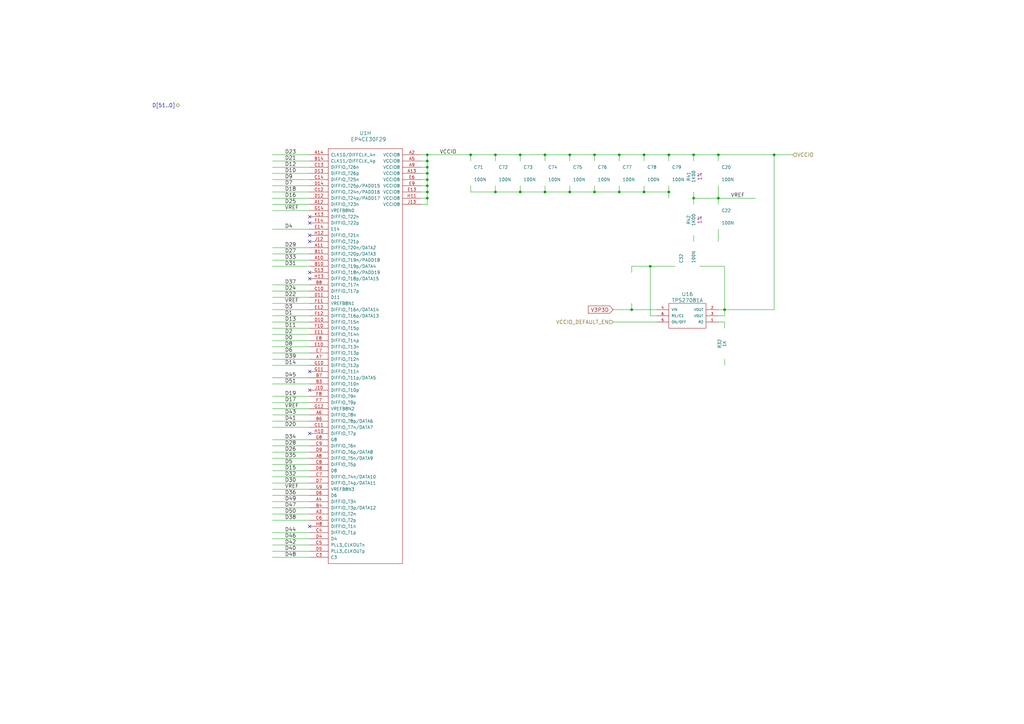
<source format=kicad_sch>
(kicad_sch (version 20230121) (generator eeschema)
  (paper "A3")
  (title_block (title "Daisho Project Main Board") (date "10 Oct 2014") (rev "0") (company "ShareBrained Technology, Inc.") (comment 1 "Copyright © 2013 Jared Boone") (comment 2 "License: GNU General Public License, version 2"))
  (junction (at 175.26 63.5))
  (junction (at 259.08 127))
  (junction (at 266.7 109.22))
  (junction (at 274.32 63.5))
  (junction (at 175.26 66.04))
  (junction (at 254 63.5))
  (junction (at 193.04 63.5))
  (junction (at 297.18 127))
  (junction (at 254 78.74))
  (junction (at 233.68 78.74))
  (junction (at 203.2 78.74))
  (junction (at 284.48 81.28))
  (junction (at 243.84 63.5))
  (junction (at 264.16 78.74))
  (junction (at 317.5 63.5))
  (junction (at 243.84 78.74))
  (junction (at 213.36 63.5))
  (junction (at 175.26 73.66))
  (junction (at 175.26 81.28))
  (junction (at 223.52 78.74))
  (junction (at 223.52 63.5))
  (junction (at 203.2 63.5))
  (junction (at 175.26 71.12))
  (junction (at 175.26 76.2))
  (junction (at 294.64 63.5))
  (junction (at 213.36 78.74))
  (junction (at 294.64 81.28))
  (junction (at 175.26 68.58))
  (junction (at 233.68 63.5))
  (junction (at 264.16 63.5))
  (junction (at 274.32 78.74))
  (junction (at 284.48 63.5))
  (junction (at 175.26 78.74))
  (no_connect (at 127 160.02))
  (no_connect (at 127 99.06))
  (no_connect (at 127 177.8))
  (no_connect (at 127 114.3))
  (no_connect (at 127 88.9))
  (no_connect (at 127 91.44))
  (no_connect (at 127 152.4))
  (no_connect (at 127 215.9))
  (no_connect (at 127 96.52))
  (no_connect (at 127 111.76))
  (wire (pts (xy 297.18 129.54) (xy 294.64 129.54)))
  (wire (pts (xy 111.76 68.58) (xy 127 68.58)))
  (wire (pts (xy 175.26 68.58) (xy 175.26 66.04)))
  (wire (pts (xy 233.68 63.5) (xy 223.52 63.5)))
  (wire (pts (xy 127 187.96) (xy 111.76 187.96)))
  (wire (pts (xy 203.2 63.5) (xy 193.04 63.5)))
  (wire (pts (xy 175.26 66.04) (xy 172.72 66.04)))
  (wire (pts (xy 127 142.24) (xy 111.76 142.24)))
  (wire (pts (xy 111.76 106.68) (xy 127 106.68)))
  (wire (pts (xy 309.88 81.28) (xy 294.64 81.28)))
  (wire (pts (xy 294.64 66.04) (xy 294.64 63.5)))
  (wire (pts (xy 259.08 111.76) (xy 259.08 109.22)))
  (wire (pts (xy 284.48 96.52) (xy 284.48 99.06)))
  (wire (pts (xy 213.36 63.5) (xy 213.36 66.04)))
  (wire (pts (xy 175.26 71.12) (xy 175.26 68.58)))
  (wire (pts (xy 175.26 78.74) (xy 175.26 76.2)))
  (wire (pts (xy 259.08 124.46) (xy 259.08 127)))
  (wire (pts (xy 254 63.5) (xy 243.84 63.5)))
  (wire (pts (xy 193.04 78.74) (xy 193.04 76.2)))
  (wire (pts (xy 127 83.82) (xy 111.76 83.82)))
  (wire (pts (xy 297.18 127) (xy 297.18 109.22)))
  (wire (pts (xy 264.16 76.2) (xy 264.16 78.74)))
  (wire (pts (xy 127 101.6) (xy 111.76 101.6)))
  (wire (pts (xy 259.08 127) (xy 269.24 127)))
  (wire (pts (xy 317.5 63.5) (xy 294.64 63.5)))
  (wire (pts (xy 175.26 78.74) (xy 172.72 78.74)))
  (wire (pts (xy 297.18 134.62) (xy 297.18 132.08)))
  (wire (pts (xy 111.76 228.6) (xy 127 228.6)))
  (wire (pts (xy 127 175.26) (xy 111.76 175.26)))
  (wire (pts (xy 111.76 66.04) (xy 127 66.04)))
  (wire (pts (xy 284.48 78.74) (xy 284.48 81.28)))
  (wire (pts (xy 243.84 78.74) (xy 233.68 78.74)))
  (wire (pts (xy 127 73.66) (xy 111.76 73.66)))
  (wire (pts (xy 111.76 127) (xy 127 127)))
  (wire (pts (xy 297.18 127) (xy 317.5 127)))
  (wire (pts (xy 111.76 180.34) (xy 127 180.34)))
  (wire (pts (xy 127 93.98) (xy 111.76 93.98)))
  (wire (pts (xy 111.76 167.64) (xy 127 167.64)))
  (wire (pts (xy 264.16 63.5) (xy 254 63.5)))
  (wire (pts (xy 274.32 63.5) (xy 264.16 63.5)))
  (wire (pts (xy 213.36 78.74) (xy 203.2 78.74)))
  (wire (pts (xy 111.76 220.98) (xy 127 220.98)))
  (wire (pts (xy 111.76 223.52) (xy 127 223.52)))
  (wire (pts (xy 297.18 109.22) (xy 287.02 109.22)))
  (wire (pts (xy 111.76 170.18) (xy 127 170.18)))
  (wire (pts (xy 325.12 63.5) (xy 317.5 63.5)))
  (wire (pts (xy 127 76.2) (xy 111.76 76.2)))
  (wire (pts (xy 213.36 63.5) (xy 203.2 63.5)))
  (wire (pts (xy 111.76 129.54) (xy 127 129.54)))
  (wire (pts (xy 274.32 81.28) (xy 274.32 78.74)))
  (wire (pts (xy 193.04 63.5) (xy 175.26 63.5)))
  (wire (pts (xy 254 63.5) (xy 254 66.04)))
  (wire (pts (xy 294.64 81.28) (xy 284.48 81.28)))
  (wire (pts (xy 111.76 137.16) (xy 127 137.16)))
  (wire (pts (xy 274.32 63.5) (xy 274.32 66.04)))
  (wire (pts (xy 127 134.62) (xy 111.76 134.62)))
  (wire (pts (xy 111.76 200.66) (xy 127 200.66)))
  (wire (pts (xy 233.68 63.5) (xy 233.68 66.04)))
  (wire (pts (xy 127 165.1) (xy 111.76 165.1)))
  (wire (pts (xy 127 154.94) (xy 111.76 154.94)))
  (wire (pts (xy 111.76 124.46) (xy 127 124.46)))
  (wire (pts (xy 175.26 71.12) (xy 172.72 71.12)))
  (wire (pts (xy 233.68 78.74) (xy 233.68 76.2)))
  (wire (pts (xy 111.76 157.48) (xy 127 157.48)))
  (wire (pts (xy 274.32 78.74) (xy 264.16 78.74)))
  (wire (pts (xy 111.76 71.12) (xy 127 71.12)))
  (wire (pts (xy 127 116.84) (xy 111.76 116.84)))
  (wire (pts (xy 111.76 109.22) (xy 127 109.22)))
  (wire (pts (xy 127 162.56) (xy 111.76 162.56)))
  (wire (pts (xy 111.76 81.28) (xy 127 81.28)))
  (wire (pts (xy 172.72 83.82) (xy 175.26 83.82)))
  (wire (pts (xy 111.76 172.72) (xy 127 172.72)))
  (wire (pts (xy 175.26 73.66) (xy 175.26 71.12)))
  (wire (pts (xy 175.26 76.2) (xy 175.26 73.66)))
  (wire (pts (xy 111.76 195.58) (xy 127 195.58)))
  (wire (pts (xy 203.2 78.74) (xy 203.2 76.2)))
  (wire (pts (xy 127 218.44) (xy 111.76 218.44)))
  (wire (pts (xy 223.52 78.74) (xy 223.52 76.2)))
  (wire (pts (xy 175.26 83.82) (xy 175.26 81.28)))
  (wire (pts (xy 111.76 139.7) (xy 127 139.7)))
  (wire (pts (xy 127 205.74) (xy 111.76 205.74)))
  (wire (pts (xy 243.84 78.74) (xy 243.84 76.2)))
  (wire (pts (xy 175.26 63.5) (xy 172.72 63.5)))
  (wire (pts (xy 251.46 127) (xy 259.08 127)))
  (wire (pts (xy 297.18 129.54) (xy 297.18 127)))
  (wire (pts (xy 317.5 127) (xy 317.5 63.5)))
  (wire (pts (xy 111.76 78.74) (xy 127 78.74)))
  (wire (pts (xy 223.52 63.5) (xy 213.36 63.5)))
  (wire (pts (xy 175.26 76.2) (xy 172.72 76.2)))
  (wire (pts (xy 127 190.5) (xy 111.76 190.5)))
  (wire (pts (xy 111.76 149.86) (xy 127 149.86)))
  (wire (pts (xy 175.26 68.58) (xy 172.72 68.58)))
  (wire (pts (xy 111.76 226.06) (xy 127 226.06)))
  (wire (pts (xy 111.76 198.12) (xy 127 198.12)))
  (wire (pts (xy 294.64 83.82) (xy 294.64 81.28)))
  (wire (pts (xy 294.64 81.28) (xy 294.64 76.2)))
  (wire (pts (xy 223.52 63.5) (xy 223.52 66.04)))
  (wire (pts (xy 269.24 132.08) (xy 251.46 132.08)))
  (wire (pts (xy 284.48 81.28) (xy 284.48 83.82)))
  (wire (pts (xy 127 193.04) (xy 111.76 193.04)))
  (wire (pts (xy 127 104.14) (xy 111.76 104.14)))
  (wire (pts (xy 193.04 63.5) (xy 193.04 66.04)))
  (wire (pts (xy 175.26 81.28) (xy 175.26 78.74)))
  (wire (pts (xy 127 208.28) (xy 111.76 208.28)))
  (wire (pts (xy 243.84 63.5) (xy 243.84 66.04)))
  (wire (pts (xy 203.2 63.5) (xy 203.2 66.04)))
  (wire (pts (xy 172.72 81.28) (xy 175.26 81.28)))
  (wire (pts (xy 284.48 63.5) (xy 284.48 66.04)))
  (wire (pts (xy 294.64 93.98) (xy 294.64 99.06)))
  (wire (pts (xy 297.18 132.08) (xy 294.64 132.08)))
  (wire (pts (xy 269.24 129.54) (xy 266.7 129.54)))
  (wire (pts (xy 294.64 63.5) (xy 284.48 63.5)))
  (wire (pts (xy 111.76 213.36) (xy 127 213.36)))
  (wire (pts (xy 111.76 210.82) (xy 127 210.82)))
  (wire (pts (xy 127 132.08) (xy 111.76 132.08)))
  (wire (pts (xy 175.26 73.66) (xy 172.72 73.66)))
  (wire (pts (xy 203.2 78.74) (xy 193.04 78.74)))
  (wire (pts (xy 274.32 78.74) (xy 274.32 76.2)))
  (wire (pts (xy 127 119.38) (xy 111.76 119.38)))
  (wire (pts (xy 111.76 63.5) (xy 127 63.5)))
  (wire (pts (xy 111.76 86.36) (xy 127 86.36)))
  (wire (pts (xy 243.84 63.5) (xy 233.68 63.5)))
  (wire (pts (xy 294.64 127) (xy 297.18 127)))
  (wire (pts (xy 259.08 109.22) (xy 266.7 109.22)))
  (wire (pts (xy 233.68 78.74) (xy 223.52 78.74)))
  (wire (pts (xy 254 78.74) (xy 243.84 78.74)))
  (wire (pts (xy 264.16 78.74) (xy 254 78.74)))
  (wire (pts (xy 175.26 66.04) (xy 175.26 63.5)))
  (wire (pts (xy 254 78.74) (xy 254 76.2)))
  (wire (pts (xy 127 144.78) (xy 111.76 144.78)))
  (wire (pts (xy 297.18 147.32) (xy 297.18 149.86)))
  (wire (pts (xy 111.76 185.42) (xy 127 185.42)))
  (wire (pts (xy 266.7 109.22) (xy 276.86 109.22)))
  (wire (pts (xy 111.76 147.32) (xy 127 147.32)))
  (wire (pts (xy 223.52 78.74) (xy 213.36 78.74)))
  (wire (pts (xy 264.16 63.5) (xy 264.16 66.04)))
  (wire (pts (xy 111.76 182.88) (xy 127 182.88)))
  (wire (pts (xy 266.7 129.54) (xy 266.7 109.22)))
  (wire (pts (xy 284.48 63.5) (xy 274.32 63.5)))
  (wire (pts (xy 111.76 203.2) (xy 127 203.2)))
  (wire (pts (xy 213.36 78.74) (xy 213.36 76.2)))
  (wire (pts (xy 127 121.92) (xy 111.76 121.92)))
  (label "D47" (at 116.84 208.28 0) (effects (font (size 1.524 1.524))))
  (label "D42" (at 116.84 223.52 0) (effects (font (size 1.524 1.524))))
  (label "D12" (at 116.84 68.58 0) (effects (font (size 1.524 1.524))))
  (label "D23" (at 116.84 63.5 0) (effects (font (size 1.524 1.524))))
  (label "D27" (at 116.84 104.14 0) (effects (font (size 1.524 1.524))))
  (label "D17" (at 116.84 165.1 0) (effects (font (size 1.524 1.524))))
  (label "D1" (at 116.84 129.54 0) (effects (font (size 1.524 1.524))))
  (label "D49" (at 116.84 205.74 0) (effects (font (size 1.524 1.524))))
  (label "D34" (at 116.84 180.34 0) (effects (font (size 1.524 1.524))))
  (label "D35" (at 116.84 187.96 0) (effects (font (size 1.524 1.524))))
  (label "D26" (at 116.84 185.42 0) (effects (font (size 1.524 1.524))))
  (label "D32" (at 116.84 195.58 0) (effects (font (size 1.524 1.524))))
  (label "D8" (at 116.84 142.24 0) (effects (font (size 1.524 1.524))))
  (label "D22" (at 116.84 121.92 0) (effects (font (size 1.524 1.524))))
  (label "D5" (at 116.84 190.5 0) (effects (font (size 1.524 1.524))))
  (label "D30" (at 116.84 198.12 0) (effects (font (size 1.524 1.524))))
  (label "D38" (at 116.84 213.36 0) (effects (font (size 1.524 1.524))))
  (label "D29" (at 116.84 101.6 0) (effects (font (size 1.524 1.524))))
  (label "D33" (at 116.84 106.68 0) (effects (font (size 1.524 1.524))))
  (label "D43" (at 116.84 170.18 0) (effects (font (size 1.524 1.524))))
  (label "D6" (at 116.84 144.78 0) (effects (font (size 1.524 1.524))))
  (label "D51" (at 116.84 157.48 0) (effects (font (size 1.524 1.524))))
  (label "D28" (at 116.84 182.88 0) (effects (font (size 1.524 1.524))))
  (label "D10" (at 116.84 71.12 0) (effects (font (size 1.524 1.524))))
  (label "D13" (at 116.84 132.08 0) (effects (font (size 1.524 1.524))))
  (label "VREF" (at 116.84 200.66 0) (effects (font (size 1.524 1.524))))
  (label "D45" (at 116.84 154.94 0) (effects (font (size 1.524 1.524))))
  (label "D46" (at 116.84 220.98 0) (effects (font (size 1.524 1.524))))
  (label "D0" (at 116.84 139.7 0) (effects (font (size 1.524 1.524))))
  (label "VREF" (at 116.84 167.64 0) (effects (font (size 1.524 1.524))))
  (label "D37" (at 116.84 116.84 0) (effects (font (size 1.524 1.524))))
  (label "D19" (at 116.84 162.56 0) (effects (font (size 1.524 1.524))))
  (label "D2" (at 116.84 137.16 0) (effects (font (size 1.524 1.524))))
  (label "VREF" (at 299.72 81.28 0) (effects (font (size 1.524 1.524))))
  (label "D25" (at 116.84 83.82 0) (effects (font (size 1.524 1.524))))
  (label "D9" (at 116.84 73.66 0) (effects (font (size 1.524 1.524))))
  (label "D15" (at 116.84 193.04 0) (effects (font (size 1.524 1.524))))
  (label "D7" (at 116.84 76.2 0) (effects (font (size 1.524 1.524))))
  (label "D16" (at 116.84 81.28 0) (effects (font (size 1.524 1.524))))
  (label "D48" (at 116.84 228.6 0) (effects (font (size 1.524 1.524))))
  (label "D24" (at 116.84 119.38 0) (effects (font (size 1.524 1.524))))
  (label "D36" (at 116.84 203.2 0) (effects (font (size 1.524 1.524))))
  (label "VREF" (at 116.84 124.46 0) (effects (font (size 1.524 1.524))))
  (label "D21" (at 116.84 66.04 0) (effects (font (size 1.524 1.524))))
  (label "D18" (at 116.84 78.74 0) (effects (font (size 1.524 1.524))))
  (label "D14" (at 116.84 149.86 0) (effects (font (size 1.524 1.524))))
  (label "D11" (at 116.84 134.62 0) (effects (font (size 1.524 1.524))))
  (label "D39" (at 116.84 147.32 0) (effects (font (size 1.524 1.524))))
  (label "D4" (at 116.84 93.98 0) (effects (font (size 1.524 1.524))))
  (label "D50" (at 116.84 210.82 0) (effects (font (size 1.524 1.524))))
  (label "D20" (at 116.84 175.26 0) (effects (font (size 1.524 1.524))))
  (label "D3" (at 116.84 127 0) (effects (font (size 1.524 1.524))))
  (label "D41" (at 116.84 172.72 0) (effects (font (size 1.524 1.524))))
  (label "D31" (at 116.84 109.22 0) (effects (font (size 1.524 1.524))))
  (label "D40" (at 116.84 226.06 0) (effects (font (size 1.524 1.524))))
  (label "VREF" (at 116.84 86.36 0) (effects (font (size 1.524 1.524))))
  (label "D44" (at 116.84 218.44 0) (effects (font (size 1.524 1.524))))
  (label "VCCIO" (at 180.34 63.5 0) (effects (font (size 1.524 1.524))))
  (global_label "V3P3D" (shape input) (at 251.46 127 180) (effects (font (size 1.524 1.524))) (property "Intersheetrefs" "${INTERSHEET_REFS}" (effects hide)))
  (hierarchical_label "VCCIO_DEFAULT_EN" (shape input) (at 251.46 132.08 180) (effects (font (size 1.524 1.524))))
  (hierarchical_label "D[51..0]" (shape bidirectional) (at 73.66 43.18 180) (effects (font (size 1.524 1.524))))
  (hierarchical_label "VCCIO" (shape input) (at 325.12 63.5 0) (effects (font (size 1.524 1.524))))
  (symbol (lib_id "ep4ce30f29:EP4CE30F29") (at 149.86 55.88 0) (unit 8)
    (property "Reference" "U1" (at 149.86 54.61 0) (effects (font (size 1.524 1.524))))
    (property "Value" "EP4CE30F29" (at 151.13 57.15 0) (effects (font (size 1.524 1.524))))
  )
  (symbol (lib_id "C") (at 193.04 71.12 0) (unit 1)
    (property "Reference" "C71" (at 194.31 68.58 0) (effects (justify left)))
    (property "Value" "100N" (at 194.31 73.66 0) (effects (justify left)))
    (property "Manufacturer" "Murata" (effects hide))
    (property "Part Number" "GRM155R61A104KA01D" (effects hide))
  )
  (symbol (lib_id "C") (at 203.2 71.12 0) (unit 1)
    (property "Reference" "C72" (at 204.47 68.58 0) (effects (justify left)))
    (property "Value" "100N" (at 204.47 73.66 0) (effects (justify left)))
    (property "Manufacturer" "Murata" (effects hide))
    (property "Part Number" "GRM155R61A104KA01D" (effects hide))
  )
  (symbol (lib_id "C") (at 213.36 71.12 0) (unit 1)
    (property "Reference" "C73" (at 214.63 68.58 0) (effects (justify left)))
    (property "Value" "100N" (at 214.63 73.66 0) (effects (justify left)))
    (property "Manufacturer" "Murata" (effects hide))
    (property "Part Number" "GRM155R61A104KA01D" (effects hide))
  )
  (symbol (lib_id "C") (at 223.52 71.12 0) (unit 1)
    (property "Reference" "C74" (at 224.79 68.58 0) (effects (justify left)))
    (property "Value" "100N" (at 224.79 73.66 0) (effects (justify left)))
    (property "Manufacturer" "Murata" (effects hide))
    (property "Part Number" "GRM155R61A104KA01D" (effects hide))
  )
  (symbol (lib_id "C") (at 233.68 71.12 0) (unit 1)
    (property "Reference" "C75" (at 234.95 68.58 0) (effects (justify left)))
    (property "Value" "100N" (at 234.95 73.66 0) (effects (justify left)))
    (property "Manufacturer" "Murata" (effects hide))
    (property "Part Number" "GRM155R61A104KA01D" (effects hide))
  )
  (symbol (lib_id "C") (at 243.84 71.12 0) (unit 1)
    (property "Reference" "C76" (at 245.11 68.58 0) (effects (justify left)))
    (property "Value" "100N" (at 245.11 73.66 0) (effects (justify left)))
    (property "Manufacturer" "Murata" (effects hide))
    (property "Part Number" "GRM155R61A104KA01D" (effects hide))
  )
  (symbol (lib_id "C") (at 254 71.12 0) (unit 1)
    (property "Reference" "C77" (at 255.27 68.58 0) (effects (justify left)))
    (property "Value" "100N" (at 255.27 73.66 0) (effects (justify left)))
    (property "Manufacturer" "Murata" (effects hide))
    (property "Part Number" "GRM155R61A104KA01D" (effects hide))
  )
  (symbol (lib_id "C") (at 264.16 71.12 0) (unit 1)
    (property "Reference" "C78" (at 265.43 68.58 0) (effects (justify left)))
    (property "Value" "100N" (at 265.43 73.66 0) (effects (justify left)))
    (property "Manufacturer" "Murata" (effects hide))
    (property "Part Number" "GRM155R61A104KA01D" (effects hide))
  )
  (symbol (lib_id "C") (at 274.32 71.12 0) (unit 1)
    (property "Reference" "C79" (at 275.59 68.58 0) (effects (justify left)))
    (property "Value" "100N" (at 275.59 73.66 0) (effects (justify left)))
    (property "Manufacturer" "Murata" (effects hide))
    (property "Part Number" "GRM155R61A104KA01D" (effects hide))
  )
  (symbol (lib_id "GND") (at 274.32 81.28 0) (unit 1)
    (property "Reference" "#PWR0101" (effects hide))
    (property "Value" "GND" (effects hide))
  )
  (symbol (lib_id "R") (at 284.48 72.39 0) (mirror y) (unit 1)
    (property "Reference" "R41" (at 282.448 72.39 90))
    (property "Value" "1K00" (at 284.48 72.39 90))
    (property "Manufacturer" "Stackpole" (effects hide))
    (property "Part Number" "RMCF0402FT1K00" (effects hide))
    (property "Tolerance" "1%" (at 287.02 72.39 90) (effects (font (size 1.524 1.524))))
  )
  (symbol (lib_id "R") (at 284.48 90.17 0) (mirror y) (unit 1)
    (property "Reference" "R42" (at 282.448 90.17 90))
    (property "Value" "1K00" (at 284.48 90.17 90))
    (property "Manufacturer" "Stackpole" (effects hide))
    (property "Part Number" "RMCF0402FT1K00" (effects hide))
    (property "Tolerance" "1%" (at 287.02 90.17 90) (effects (font (size 1.524 1.524))))
  )
  (symbol (lib_id "GND") (at 284.48 99.06 0) (unit 1)
    (property "Reference" "#PWR0100" (effects hide))
    (property "Value" "GND" (effects hide))
  )
  (symbol (lib_id "C") (at 294.64 88.9 0) (unit 1)
    (property "Reference" "C22" (at 295.91 86.36 0) (effects (justify left)))
    (property "Value" "100N" (at 295.91 91.44 0) (effects (justify left)))
    (property "Manufacturer" "Murata" (effects hide))
    (property "Part Number" "GRM155R61A104KA01D" (effects hide))
  )
  (symbol (lib_id "GND") (at 294.64 99.06 0) (unit 1)
    (property "Reference" "#PWR099" (effects hide))
    (property "Value" "GND" (effects hide))
  )
  (symbol (lib_id "C") (at 294.64 71.12 0) (unit 1)
    (property "Reference" "C20" (at 295.91 68.58 0) (effects (justify left)))
    (property "Value" "100N" (at 295.91 73.66 0) (effects (justify left)))
    (property "Manufacturer" "Murata" (effects hide))
    (property "Part Number" "GRM155R61A104KA01D" (effects hide))
  )
  (symbol (lib_id "tps27081a:TPS27081A") (at 281.94 129.54 0) (unit 1)
    (property "Reference" "U16" (at 281.94 120.65 0) (effects (font (size 1.524 1.524))))
    (property "Value" "TPS27081A" (at 281.94 123.19 0) (effects (font (size 1.524 1.524))))
    (property "Manufacturer" "TI" (effects hide))
    (property "Part Number" "TPS27081ADDC" (effects hide))
  )
  (symbol (lib_id "R") (at 297.18 140.97 0) (mirror y) (unit 1)
    (property "Reference" "R32" (at 295.148 140.97 90))
    (property "Value" "1K" (at 297.18 140.97 90))
    (property "Manufacturer" "Stackpole" (effects hide))
    (property "Part Number" "RMCF0402FT1K00" (effects hide))
  )
  (symbol (lib_id "GND") (at 297.18 149.86 0) (unit 1)
    (property "Reference" "#PWR098" (effects hide))
    (property "Value" "GND" (effects hide))
  )
  (symbol (lib_id "C") (at 281.94 109.22 90) (unit 1)
    (property "Reference" "C32" (at 279.4 107.95 0) (effects (justify left)))
    (property "Value" "100N" (at 284.48 107.95 0) (effects (justify left)))
    (property "Manufacturer" "Murata" (effects hide))
    (property "Part Number" "GRM155R61A104KA01D" (effects hide))
  )
  (symbol (lib_id "R") (at 259.08 118.11 0) (mirror y) (unit 1)
    (property "Reference" "R30" (at 257.048 118.11 90))
    (property "Value" "10K" (at 259.08 118.11 90))
    (property "Manufacturer" "Stackpole" (effects hide))
    (property "Part Number" "RMCF0402JT10K0" (effects hide))
  )
)
</source>
